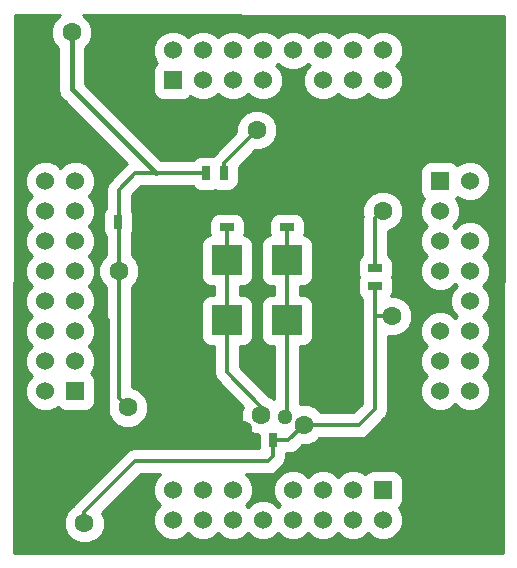
<source format=gtl>
G04 #@! TF.FileFunction,Copper,L1,Top,Signal*
%FSLAX46Y46*%
G04 Gerber Fmt 4.6, Leading zero omitted, Abs format (unit mm)*
G04 Created by KiCad (PCBNEW 4.0.5+dfsg1-4) date Wed May 16 23:13:06 2018*
%MOMM*%
%LPD*%
G01*
G04 APERTURE LIST*
%ADD10C,0.150000*%
%ADD11R,2.540000X2.540000*%
%ADD12R,1.143000X0.635000*%
%ADD13R,0.635000X1.143000*%
%ADD14R,1.524000X1.524000*%
%ADD15C,1.524000*%
%ADD16C,1.600200*%
%ADD17C,1.300480*%
%ADD18C,0.350520*%
%ADD19C,0.398780*%
%ADD20C,0.254000*%
G04 APERTURE END LIST*
D10*
D11*
X127635000Y-66421000D03*
X132715000Y-66421000D03*
X132715000Y-71501000D03*
X127635000Y-71501000D03*
D12*
X127635000Y-63627000D03*
X127635000Y-62103000D03*
X132715000Y-63627000D03*
X132715000Y-62103000D03*
D13*
X118427500Y-63182500D03*
X119951500Y-63182500D03*
X131572000Y-81661000D03*
X130048000Y-81661000D03*
X127381000Y-59055000D03*
X125857000Y-59055000D03*
D12*
X140208000Y-68580000D03*
X140208000Y-67056000D03*
D14*
X123063000Y-51181000D03*
D15*
X123063000Y-48641000D03*
X125603000Y-51181000D03*
X125603000Y-48641000D03*
X128143000Y-51181000D03*
X128143000Y-48641000D03*
X130683000Y-51181000D03*
X130683000Y-48641000D03*
X133223000Y-51181000D03*
X133223000Y-48641000D03*
X135763000Y-51181000D03*
X135763000Y-48641000D03*
X138303000Y-51181000D03*
X138303000Y-48641000D03*
X140843000Y-51181000D03*
X140843000Y-48641000D03*
D14*
X140843000Y-85852000D03*
D15*
X140843000Y-88392000D03*
X138303000Y-85852000D03*
X138303000Y-88392000D03*
X135763000Y-85852000D03*
X135763000Y-88392000D03*
X133223000Y-85852000D03*
X133223000Y-88392000D03*
X130683000Y-85852000D03*
X130683000Y-88392000D03*
X128143000Y-85852000D03*
X128143000Y-88392000D03*
X125603000Y-85852000D03*
X125603000Y-88392000D03*
X123063000Y-85852000D03*
X123063000Y-88392000D03*
D14*
X145669000Y-59690000D03*
D15*
X148209000Y-59690000D03*
X145669000Y-62230000D03*
X148209000Y-62230000D03*
X145669000Y-64770000D03*
X148209000Y-64770000D03*
X145669000Y-67310000D03*
X148209000Y-67310000D03*
X145669000Y-69850000D03*
X148209000Y-69850000D03*
X145669000Y-72390000D03*
X148209000Y-72390000D03*
X145669000Y-74930000D03*
X148209000Y-74930000D03*
X145669000Y-77470000D03*
X148209000Y-77470000D03*
D14*
X114808000Y-77470000D03*
D15*
X112268000Y-77470000D03*
X114808000Y-74930000D03*
X112268000Y-74930000D03*
X114808000Y-72390000D03*
X112268000Y-72390000D03*
X114808000Y-69850000D03*
X112268000Y-69850000D03*
X114808000Y-67310000D03*
X112268000Y-67310000D03*
X114808000Y-64770000D03*
X112268000Y-64770000D03*
X114808000Y-62230000D03*
X112268000Y-62230000D03*
X114808000Y-59690000D03*
X112268000Y-59690000D03*
D16*
X115570000Y-88646000D03*
X134175500Y-80327500D03*
X118491000Y-67310000D03*
X114490500Y-47117000D03*
X119253000Y-78867000D03*
X141605000Y-71120000D03*
X140843000Y-62230000D03*
D17*
X132588000Y-79692500D03*
D16*
X130556000Y-79502000D03*
X130175000Y-55372000D03*
X113538000Y-53403500D03*
X117602000Y-82677000D03*
X129032000Y-80772000D03*
X132588000Y-57150000D03*
D18*
X119888000Y-83439000D02*
X115570000Y-87757000D01*
X131572000Y-82994500D02*
X131127500Y-83439000D01*
X138811000Y-80391000D02*
X134175500Y-80391000D01*
D19*
X121602500Y-59055000D02*
X114490500Y-51943000D01*
D18*
X131572000Y-81661000D02*
X131572000Y-82994500D01*
X118491000Y-78105000D02*
X119253000Y-78867000D01*
X118491000Y-67310000D02*
X118491000Y-78105000D01*
X140208000Y-71120000D02*
X140208000Y-78994000D01*
X134175500Y-80327500D02*
X134175500Y-80391000D01*
X119888000Y-59055000D02*
X120269000Y-59055000D01*
X115570000Y-87757000D02*
X115570000Y-88646000D01*
X120269000Y-59055000D02*
X121602500Y-59055000D01*
X118491000Y-63246000D02*
X118491000Y-67310000D01*
X118427500Y-63182500D02*
X118491000Y-63246000D01*
X140208000Y-78994000D02*
X138811000Y-80391000D01*
X140208000Y-71120000D02*
X141605000Y-71120000D01*
X131572000Y-81661000D02*
X132842000Y-81661000D01*
X132842000Y-81661000D02*
X134175500Y-80327500D01*
X118491000Y-67310000D02*
X118491000Y-60452000D01*
X121602500Y-59055000D02*
X125857000Y-59055000D01*
X118491000Y-60452000D02*
X119888000Y-59055000D01*
X131127500Y-83439000D02*
X119888000Y-83439000D01*
X140208000Y-68580000D02*
X140208000Y-71120000D01*
D19*
X114490500Y-51943000D02*
X114490500Y-47117000D01*
D18*
X140208000Y-67056000D02*
X140208000Y-64262000D01*
X140843000Y-62230000D02*
X140208000Y-62865000D01*
X140208000Y-62865000D02*
X140208000Y-64262000D01*
X132715000Y-71501000D02*
X132715000Y-66421000D01*
X132588000Y-79692500D02*
X132715000Y-79565500D01*
X132715000Y-79565500D02*
X132715000Y-74993500D01*
X132715000Y-71501000D02*
X132715000Y-74993500D01*
X132715000Y-66421000D02*
X132715000Y-63627000D01*
X130556000Y-78803500D02*
X127635000Y-75882500D01*
X127635000Y-71501000D02*
X127635000Y-66421000D01*
X130556000Y-79502000D02*
X130556000Y-78803500D01*
X127635000Y-66421000D02*
X127635000Y-63627000D01*
X127635000Y-75882500D02*
X127635000Y-71501000D01*
X130175000Y-55372000D02*
X127381000Y-58166000D01*
X127381000Y-58166000D02*
X127381000Y-59055000D01*
X129921000Y-81661000D02*
X129032000Y-80772000D01*
X117475000Y-80772000D02*
X117602000Y-80772000D01*
D19*
X116586000Y-56451500D02*
X113538000Y-53403500D01*
X117475000Y-71501000D02*
X116586000Y-70612000D01*
X117602000Y-82677000D02*
X117475000Y-82550000D01*
D18*
X129921000Y-81661000D02*
X129032000Y-80772000D01*
D19*
X117475000Y-82550000D02*
X117475000Y-80772000D01*
X117475000Y-80772000D02*
X117475000Y-71501000D01*
D18*
X128587500Y-61087000D02*
X127635000Y-61087000D01*
D19*
X116586000Y-70612000D02*
X116586000Y-56451500D01*
D18*
X127635000Y-62103000D02*
X127635000Y-61087000D01*
X132588000Y-57150000D02*
X132524500Y-57150000D01*
X122047000Y-61087000D02*
X127444500Y-61087000D01*
X119951500Y-63182500D02*
X122047000Y-61087000D01*
X117602000Y-82677000D02*
X117729000Y-82550000D01*
X127635000Y-62103000D02*
X127635000Y-61214000D01*
X117602000Y-82677000D02*
X117602000Y-80772000D01*
X132524500Y-57150000D02*
X128587500Y-61087000D01*
X127444500Y-61087000D02*
X127635000Y-61087000D01*
X117729000Y-82550000D02*
X117729000Y-80899000D01*
X130048000Y-81661000D02*
X129921000Y-81661000D01*
X129032000Y-80772000D02*
X117602000Y-80772000D01*
X132715000Y-62103000D02*
X127635000Y-62103000D01*
D20*
G36*
X151066500Y-45720000D02*
X149898100Y-45720000D01*
X149898100Y-59352180D01*
X149898100Y-60025280D01*
X149641560Y-60645040D01*
X149166580Y-61122560D01*
X148546820Y-61379100D01*
X147873720Y-61379100D01*
X147253960Y-61122560D01*
X147159980Y-61033660D01*
X147010120Y-61183520D01*
X147101560Y-61272420D01*
X147358100Y-61892180D01*
X147358100Y-62565280D01*
X147101560Y-63185040D01*
X146786600Y-63502540D01*
X146939000Y-63652400D01*
X147251420Y-63337440D01*
X147871180Y-63080900D01*
X148544280Y-63080900D01*
X149164040Y-63337440D01*
X149641560Y-63812420D01*
X149898100Y-64432180D01*
X149898100Y-65105280D01*
X149641560Y-65725040D01*
X149326600Y-66042540D01*
X149641560Y-66352420D01*
X149898100Y-66972180D01*
X149898100Y-67645280D01*
X149641560Y-68265040D01*
X149326600Y-68582540D01*
X149641560Y-68892420D01*
X149898100Y-69512180D01*
X149898100Y-70185280D01*
X149641560Y-70805040D01*
X149326600Y-71122540D01*
X149641560Y-71432420D01*
X149898100Y-72052180D01*
X149898100Y-72725280D01*
X149641560Y-73345040D01*
X149326600Y-73662540D01*
X149641560Y-73972420D01*
X149898100Y-74592180D01*
X149898100Y-75265280D01*
X149641560Y-75885040D01*
X149326600Y-76202540D01*
X149641560Y-76512420D01*
X149898100Y-77132180D01*
X149898100Y-77805280D01*
X149641560Y-78425040D01*
X149166580Y-78902560D01*
X148546820Y-79159100D01*
X147873720Y-79159100D01*
X147253960Y-78902560D01*
X146936460Y-78590140D01*
X146626580Y-78902560D01*
X146006820Y-79159100D01*
X145333720Y-79159100D01*
X144713960Y-78902560D01*
X144236440Y-78427580D01*
X143979900Y-77807820D01*
X143979900Y-77134720D01*
X144236440Y-76514960D01*
X144548860Y-76200000D01*
X144236440Y-75887580D01*
X143979900Y-75267820D01*
X143979900Y-74594720D01*
X144236440Y-73974960D01*
X144548860Y-73660000D01*
X144236440Y-73347580D01*
X143979900Y-72727820D01*
X143979900Y-72054720D01*
X144236440Y-71434960D01*
X144711420Y-70957440D01*
X145331180Y-70700900D01*
X146004280Y-70700900D01*
X146624040Y-70957440D01*
X146939000Y-71272400D01*
X147088860Y-71120000D01*
X146776440Y-70807580D01*
X146519900Y-70187820D01*
X146519900Y-69514720D01*
X146776440Y-68894960D01*
X147088860Y-68580000D01*
X146936460Y-68430140D01*
X146626580Y-68742560D01*
X146006820Y-68999100D01*
X145333720Y-68999100D01*
X144713960Y-68742560D01*
X144236440Y-68267580D01*
X143979900Y-67647820D01*
X143979900Y-66974720D01*
X144236440Y-66354960D01*
X144548860Y-66040000D01*
X144236440Y-65727580D01*
X143979900Y-65107820D01*
X143979900Y-64434720D01*
X144236440Y-63814960D01*
X144548860Y-63500000D01*
X144236440Y-63187580D01*
X143979900Y-62567820D01*
X143979900Y-61894720D01*
X144236440Y-61274960D01*
X144325340Y-61183520D01*
X144122140Y-60977780D01*
X143979900Y-60637420D01*
X143979900Y-60269120D01*
X143979900Y-58745120D01*
X144119600Y-58404760D01*
X144381220Y-58143140D01*
X144721580Y-58000900D01*
X145089880Y-58000900D01*
X146613880Y-58000900D01*
X146954240Y-58140600D01*
X147159980Y-58348880D01*
X147251420Y-58257440D01*
X147871180Y-58000900D01*
X148544280Y-58000900D01*
X149164040Y-58257440D01*
X149641560Y-58732420D01*
X149898100Y-59352180D01*
X149898100Y-45720000D01*
X143332200Y-45709840D01*
X143332200Y-70774560D01*
X143332200Y-71462900D01*
X143070580Y-72097900D01*
X142582900Y-72583040D01*
X141950440Y-72847200D01*
X141310360Y-72847200D01*
X141310360Y-78994000D01*
X141307820Y-78996540D01*
X141310360Y-78996540D01*
X141292580Y-79080360D01*
X141226540Y-79415640D01*
X141224000Y-79418180D01*
X140987780Y-79773780D01*
X140980160Y-79778860D01*
X139590780Y-81170780D01*
X139232640Y-81409540D01*
X138811000Y-81493360D01*
X135450580Y-81493360D01*
X135153400Y-81790540D01*
X134520940Y-82054700D01*
X134007860Y-82054700D01*
X133621780Y-82440780D01*
X133263640Y-82679540D01*
X132842000Y-82763360D01*
X132674360Y-82763360D01*
X132674360Y-82994500D01*
X132590540Y-83416140D01*
X132590540Y-83418680D01*
X132351780Y-83774280D01*
X131907280Y-84218780D01*
X131549140Y-84457540D01*
X131127500Y-84541360D01*
X129219960Y-84541360D01*
X129575560Y-84894420D01*
X129832100Y-85514180D01*
X129832100Y-86187280D01*
X129575560Y-86807040D01*
X129260600Y-87124540D01*
X129413000Y-87274400D01*
X129725420Y-86959440D01*
X130345180Y-86702900D01*
X131018280Y-86702900D01*
X131638040Y-86959440D01*
X131953000Y-87274400D01*
X132102860Y-87122000D01*
X131790440Y-86809580D01*
X131533900Y-86189820D01*
X131533900Y-85516720D01*
X131790440Y-84896960D01*
X132265420Y-84419440D01*
X132885180Y-84162900D01*
X133558280Y-84162900D01*
X134178040Y-84419440D01*
X134493000Y-84734400D01*
X134805420Y-84419440D01*
X135425180Y-84162900D01*
X136098280Y-84162900D01*
X136718040Y-84419440D01*
X137033000Y-84734400D01*
X137345420Y-84419440D01*
X137965180Y-84162900D01*
X138638280Y-84162900D01*
X139258040Y-84419440D01*
X139349480Y-84510880D01*
X139555220Y-84305140D01*
X139895580Y-84162900D01*
X140263880Y-84162900D01*
X141787880Y-84162900D01*
X142128240Y-84302600D01*
X142389860Y-84564220D01*
X142532100Y-84904580D01*
X142532100Y-85272880D01*
X142532100Y-86796880D01*
X142392400Y-87137240D01*
X142184120Y-87345520D01*
X142275560Y-87434420D01*
X142532100Y-88054180D01*
X142532100Y-88727280D01*
X142275560Y-89347040D01*
X141800580Y-89824560D01*
X141180820Y-90081100D01*
X140507720Y-90081100D01*
X139887960Y-89824560D01*
X139570460Y-89512140D01*
X139260580Y-89824560D01*
X138640820Y-90081100D01*
X137967720Y-90081100D01*
X137347960Y-89824560D01*
X137030460Y-89512140D01*
X136720580Y-89824560D01*
X136100820Y-90081100D01*
X135427720Y-90081100D01*
X134807960Y-89824560D01*
X134490460Y-89512140D01*
X134180580Y-89824560D01*
X133560820Y-90081100D01*
X132887720Y-90081100D01*
X132267960Y-89824560D01*
X131950460Y-89512140D01*
X131640580Y-89824560D01*
X131020820Y-90081100D01*
X130347720Y-90081100D01*
X129727960Y-89824560D01*
X129410460Y-89512140D01*
X129100580Y-89824560D01*
X128480820Y-90081100D01*
X127807720Y-90081100D01*
X127187960Y-89824560D01*
X126870460Y-89512140D01*
X126560580Y-89824560D01*
X125940820Y-90081100D01*
X125267720Y-90081100D01*
X124647960Y-89824560D01*
X124330460Y-89512140D01*
X124020580Y-89824560D01*
X123400820Y-90081100D01*
X122727720Y-90081100D01*
X122107960Y-89824560D01*
X121630440Y-89349580D01*
X121373900Y-88729820D01*
X121373900Y-88056720D01*
X121630440Y-87436960D01*
X121942860Y-87122000D01*
X121630440Y-86809580D01*
X121373900Y-86189820D01*
X121373900Y-85516720D01*
X121630440Y-84896960D01*
X121983500Y-84541360D01*
X120345200Y-84541360D01*
X117086380Y-87800180D01*
X117297200Y-88300560D01*
X117297200Y-88988900D01*
X117035580Y-89623900D01*
X116547900Y-90109040D01*
X115915440Y-90373200D01*
X115227100Y-90373200D01*
X114592100Y-90111580D01*
X114106960Y-89623900D01*
X113842800Y-88991440D01*
X113842800Y-88303100D01*
X114104420Y-87668100D01*
X114592100Y-87182960D01*
X114675920Y-87149940D01*
X114790220Y-86977220D01*
X119108220Y-82659220D01*
X119466360Y-82420460D01*
X119888000Y-82336640D01*
X130327400Y-82336640D01*
X130327400Y-82049620D01*
X130327400Y-81229200D01*
X130213100Y-81229200D01*
X129578100Y-80967580D01*
X129092960Y-80479900D01*
X128828800Y-79847440D01*
X128828800Y-79159100D01*
X128981200Y-78790800D01*
X126855220Y-76662280D01*
X126616460Y-76304140D01*
X126532640Y-75882500D01*
X126532640Y-73698100D01*
X126182120Y-73698100D01*
X125841760Y-73558400D01*
X125580140Y-73296780D01*
X125437900Y-72956420D01*
X125437900Y-72588120D01*
X125437900Y-70048120D01*
X125577600Y-69707760D01*
X125839220Y-69446140D01*
X126179580Y-69303900D01*
X126532640Y-69303900D01*
X126532640Y-68618100D01*
X126182120Y-68618100D01*
X125841760Y-68478400D01*
X125580140Y-68216780D01*
X125437900Y-67876420D01*
X125437900Y-67508120D01*
X125437900Y-64968120D01*
X125577600Y-64627760D01*
X125839220Y-64366140D01*
X126174500Y-64226440D01*
X126136400Y-64129920D01*
X126136400Y-63761620D01*
X126136400Y-63126620D01*
X126276100Y-62786260D01*
X126537720Y-62524640D01*
X126878080Y-62382400D01*
X127246380Y-62382400D01*
X128389380Y-62382400D01*
X128729740Y-62522100D01*
X128991360Y-62783720D01*
X129133600Y-63124080D01*
X129133600Y-63492380D01*
X129133600Y-64127380D01*
X129092960Y-64226440D01*
X129428240Y-64363600D01*
X129689860Y-64625220D01*
X129832100Y-64965580D01*
X129832100Y-65333880D01*
X129832100Y-67873880D01*
X129692400Y-68214240D01*
X129430780Y-68475860D01*
X129090420Y-68618100D01*
X128737360Y-68618100D01*
X128737360Y-69303900D01*
X129087880Y-69303900D01*
X129428240Y-69443600D01*
X129689860Y-69705220D01*
X129832100Y-70045580D01*
X129832100Y-70413880D01*
X129832100Y-72953880D01*
X129692400Y-73294240D01*
X129430780Y-73555860D01*
X129090420Y-73698100D01*
X128737360Y-73698100D01*
X128737360Y-75425300D01*
X131216400Y-77906880D01*
X131533900Y-78036420D01*
X131612640Y-78117700D01*
X131612640Y-74993500D01*
X131612640Y-73698100D01*
X131262120Y-73698100D01*
X130921760Y-73558400D01*
X130660140Y-73296780D01*
X130517900Y-72956420D01*
X130517900Y-72588120D01*
X130517900Y-70048120D01*
X130657600Y-69707760D01*
X130919220Y-69446140D01*
X131259580Y-69303900D01*
X131612640Y-69303900D01*
X131612640Y-68618100D01*
X131262120Y-68618100D01*
X130921760Y-68478400D01*
X130660140Y-68216780D01*
X130517900Y-67876420D01*
X130517900Y-67508120D01*
X130517900Y-64968120D01*
X130657600Y-64627760D01*
X130919220Y-64366140D01*
X131254500Y-64226440D01*
X131216400Y-64129920D01*
X131216400Y-63761620D01*
X131216400Y-63126620D01*
X131356100Y-62786260D01*
X131617720Y-62524640D01*
X131958080Y-62382400D01*
X132326380Y-62382400D01*
X133469380Y-62382400D01*
X133809740Y-62522100D01*
X134071360Y-62783720D01*
X134213600Y-63124080D01*
X134213600Y-63492380D01*
X134213600Y-64127380D01*
X134172960Y-64226440D01*
X134508240Y-64363600D01*
X134769860Y-64625220D01*
X134912100Y-64965580D01*
X134912100Y-65333880D01*
X134912100Y-67873880D01*
X134772400Y-68214240D01*
X134510780Y-68475860D01*
X134170420Y-68618100D01*
X133817360Y-68618100D01*
X133817360Y-69303900D01*
X134167880Y-69303900D01*
X134508240Y-69443600D01*
X134769860Y-69705220D01*
X134912100Y-70045580D01*
X134912100Y-70413880D01*
X134912100Y-72953880D01*
X134772400Y-73294240D01*
X134510780Y-73555860D01*
X134170420Y-73698100D01*
X133817360Y-73698100D01*
X133817360Y-74993500D01*
X133817360Y-78607920D01*
X133830060Y-78600300D01*
X134518400Y-78600300D01*
X135153400Y-78861920D01*
X135577580Y-79288640D01*
X138353800Y-79288640D01*
X139105640Y-78539340D01*
X139105640Y-71120000D01*
X139105640Y-69677280D01*
X138851640Y-69423280D01*
X138709400Y-69082920D01*
X138709400Y-68714620D01*
X138709400Y-68079620D01*
X138816080Y-67818000D01*
X138709400Y-67558920D01*
X138709400Y-67190620D01*
X138709400Y-66555620D01*
X138849100Y-66215260D01*
X139105640Y-65958720D01*
X139105640Y-64262000D01*
X139105640Y-62865000D01*
X139146280Y-62654180D01*
X139115800Y-62575440D01*
X139115800Y-61887100D01*
X139377420Y-61252100D01*
X139865100Y-60766960D01*
X140497560Y-60502800D01*
X141185900Y-60502800D01*
X141820900Y-60764420D01*
X142306040Y-61252100D01*
X142570200Y-61884560D01*
X142570200Y-62572900D01*
X142308580Y-63207900D01*
X141820900Y-63693040D01*
X141310360Y-63906400D01*
X141310360Y-64262000D01*
X141310360Y-65958720D01*
X141564360Y-66212720D01*
X141706600Y-66553080D01*
X141706600Y-66921380D01*
X141706600Y-67556380D01*
X141597380Y-67820540D01*
X141706600Y-68077080D01*
X141706600Y-68445380D01*
X141706600Y-69080380D01*
X141577060Y-69392800D01*
X141947900Y-69392800D01*
X142582900Y-69654420D01*
X143068040Y-70142100D01*
X143332200Y-70774560D01*
X143332200Y-45709840D01*
X142532100Y-45707300D01*
X142532100Y-48303180D01*
X142532100Y-48976280D01*
X142275560Y-49596040D01*
X141960600Y-49913540D01*
X142275560Y-50223420D01*
X142532100Y-50843180D01*
X142532100Y-51516280D01*
X142275560Y-52136040D01*
X141800580Y-52613560D01*
X141180820Y-52870100D01*
X140507720Y-52870100D01*
X139887960Y-52613560D01*
X139570460Y-52301140D01*
X139260580Y-52613560D01*
X138640820Y-52870100D01*
X137967720Y-52870100D01*
X137347960Y-52613560D01*
X137030460Y-52301140D01*
X136720580Y-52613560D01*
X136100820Y-52870100D01*
X135427720Y-52870100D01*
X134807960Y-52613560D01*
X134330440Y-52138580D01*
X134073900Y-51518820D01*
X134073900Y-50845720D01*
X134330440Y-50225960D01*
X134642860Y-49911000D01*
X134490460Y-49761140D01*
X134180580Y-50073560D01*
X133560820Y-50330100D01*
X132887720Y-50330100D01*
X132267960Y-50073560D01*
X131950460Y-49761140D01*
X131800600Y-49913540D01*
X132115560Y-50223420D01*
X132372100Y-50843180D01*
X132372100Y-51516280D01*
X132115560Y-52136040D01*
X131640580Y-52613560D01*
X131020820Y-52870100D01*
X130347720Y-52870100D01*
X129727960Y-52613560D01*
X129410460Y-52301140D01*
X129100580Y-52613560D01*
X128480820Y-52870100D01*
X127807720Y-52870100D01*
X127187960Y-52613560D01*
X126870460Y-52301140D01*
X126560580Y-52613560D01*
X125940820Y-52870100D01*
X125267720Y-52870100D01*
X124647960Y-52613560D01*
X124553980Y-52524660D01*
X124350780Y-52727860D01*
X124010420Y-52870100D01*
X123642120Y-52870100D01*
X122118120Y-52870100D01*
X121777760Y-52730400D01*
X121516140Y-52468780D01*
X121373900Y-52128420D01*
X121373900Y-51760120D01*
X121373900Y-50236120D01*
X121513600Y-49895760D01*
X121719340Y-49690020D01*
X121630440Y-49598580D01*
X121373900Y-48978820D01*
X121373900Y-48305720D01*
X121630440Y-47685960D01*
X122105420Y-47208440D01*
X122725180Y-46951900D01*
X123398280Y-46951900D01*
X124018040Y-47208440D01*
X124333000Y-47523400D01*
X124645420Y-47208440D01*
X125265180Y-46951900D01*
X125938280Y-46951900D01*
X126558040Y-47208440D01*
X126873000Y-47523400D01*
X127185420Y-47208440D01*
X127805180Y-46951900D01*
X128478280Y-46951900D01*
X129098040Y-47208440D01*
X129413000Y-47523400D01*
X129725420Y-47208440D01*
X130345180Y-46951900D01*
X131018280Y-46951900D01*
X131638040Y-47208440D01*
X131953000Y-47523400D01*
X132265420Y-47208440D01*
X132885180Y-46951900D01*
X133558280Y-46951900D01*
X134178040Y-47208440D01*
X134493000Y-47523400D01*
X134805420Y-47208440D01*
X135425180Y-46951900D01*
X136098280Y-46951900D01*
X136718040Y-47208440D01*
X137033000Y-47523400D01*
X137345420Y-47208440D01*
X137965180Y-46951900D01*
X138638280Y-46951900D01*
X139258040Y-47208440D01*
X139573000Y-47523400D01*
X139885420Y-47208440D01*
X140505180Y-46951900D01*
X141178280Y-46951900D01*
X141798040Y-47208440D01*
X142275560Y-47683420D01*
X142532100Y-48303180D01*
X142532100Y-45707300D01*
X115481100Y-45666660D01*
X115953540Y-46139100D01*
X116217700Y-46771560D01*
X116217700Y-47459900D01*
X115956080Y-48094900D01*
X115615720Y-48435260D01*
X115615720Y-51478180D01*
X122090180Y-57952640D01*
X124759720Y-57952640D01*
X125013720Y-57698640D01*
X125354080Y-57556400D01*
X125722380Y-57556400D01*
X126357380Y-57556400D01*
X126458980Y-57599580D01*
X126601220Y-57386220D01*
X128447800Y-55542180D01*
X128447800Y-55029100D01*
X128709420Y-54394100D01*
X129197100Y-53908960D01*
X129829560Y-53644800D01*
X130517900Y-53644800D01*
X131152900Y-53906420D01*
X131638040Y-54394100D01*
X131902200Y-55026560D01*
X131902200Y-55714900D01*
X131640580Y-56349900D01*
X131152900Y-56835040D01*
X130520440Y-57099200D01*
X130004820Y-57099200D01*
X128625600Y-58480960D01*
X128625600Y-58666380D01*
X128625600Y-59809380D01*
X128485900Y-60149740D01*
X128224280Y-60411360D01*
X127883920Y-60553600D01*
X127515620Y-60553600D01*
X126880620Y-60553600D01*
X126616460Y-60446920D01*
X126359920Y-60553600D01*
X125991620Y-60553600D01*
X125356620Y-60553600D01*
X125016260Y-60413900D01*
X124759720Y-60157360D01*
X121701560Y-60157360D01*
X121599960Y-60177680D01*
X121495820Y-60157360D01*
X120342660Y-60157360D01*
X119593360Y-60909200D01*
X119593360Y-62237620D01*
X119672100Y-62425580D01*
X119672100Y-62793880D01*
X119672100Y-63936880D01*
X119593360Y-64129920D01*
X119593360Y-65971420D01*
X119954040Y-66332100D01*
X120218200Y-66964560D01*
X120218200Y-67652900D01*
X119956580Y-68287900D01*
X119593360Y-68651120D01*
X119593360Y-77139800D01*
X119595900Y-77139800D01*
X120230900Y-77401420D01*
X120716040Y-77889100D01*
X120980200Y-78521560D01*
X120980200Y-79209900D01*
X120718580Y-79844900D01*
X120230900Y-80330040D01*
X119598440Y-80594200D01*
X118910100Y-80594200D01*
X118275100Y-80332580D01*
X117789960Y-79844900D01*
X117525800Y-79212440D01*
X117525800Y-78607920D01*
X117472460Y-78526640D01*
X117388640Y-78105000D01*
X117388640Y-68651120D01*
X117027960Y-68287900D01*
X116763800Y-67655440D01*
X116763800Y-66967100D01*
X117025420Y-66332100D01*
X117388640Y-65971420D01*
X117388640Y-64343280D01*
X117325140Y-64279780D01*
X117182900Y-63939420D01*
X117182900Y-63571120D01*
X117182900Y-62428120D01*
X117322600Y-62087760D01*
X117388640Y-62021720D01*
X117388640Y-60452000D01*
X117472460Y-60030360D01*
X117711220Y-59672220D01*
X119103140Y-58282840D01*
X119108220Y-58275220D01*
X119179340Y-58226960D01*
X116497100Y-55544720D01*
X116497100Y-59352180D01*
X116497100Y-60025280D01*
X116240560Y-60645040D01*
X115925600Y-60962540D01*
X116240560Y-61272420D01*
X116497100Y-61892180D01*
X116497100Y-62565280D01*
X116240560Y-63185040D01*
X115925600Y-63502540D01*
X116240560Y-63812420D01*
X116497100Y-64432180D01*
X116497100Y-65105280D01*
X116240560Y-65725040D01*
X115925600Y-66042540D01*
X116240560Y-66352420D01*
X116497100Y-66972180D01*
X116497100Y-67645280D01*
X116240560Y-68265040D01*
X115925600Y-68582540D01*
X116240560Y-68892420D01*
X116497100Y-69512180D01*
X116497100Y-70185280D01*
X116240560Y-70805040D01*
X115925600Y-71122540D01*
X116240560Y-71432420D01*
X116497100Y-72052180D01*
X116497100Y-72725280D01*
X116240560Y-73345040D01*
X115925600Y-73662540D01*
X116240560Y-73972420D01*
X116497100Y-74592180D01*
X116497100Y-75265280D01*
X116240560Y-75885040D01*
X116149120Y-75979020D01*
X116354860Y-76182220D01*
X116497100Y-76522580D01*
X116497100Y-76890880D01*
X116497100Y-78414880D01*
X116357400Y-78755240D01*
X116095780Y-79016860D01*
X115755420Y-79159100D01*
X115387120Y-79159100D01*
X113863120Y-79159100D01*
X113522760Y-79019400D01*
X113314480Y-78813660D01*
X113225580Y-78902560D01*
X112605820Y-79159100D01*
X111932720Y-79159100D01*
X111312960Y-78902560D01*
X110835440Y-78427580D01*
X110578900Y-77807820D01*
X110578900Y-77134720D01*
X110835440Y-76514960D01*
X111147860Y-76200000D01*
X110835440Y-75887580D01*
X110578900Y-75267820D01*
X110578900Y-74594720D01*
X110835440Y-73974960D01*
X111147860Y-73660000D01*
X110835440Y-73347580D01*
X110578900Y-72727820D01*
X110578900Y-72054720D01*
X110835440Y-71434960D01*
X111147860Y-71120000D01*
X110835440Y-70807580D01*
X110578900Y-70187820D01*
X110578900Y-69514720D01*
X110835440Y-68894960D01*
X111147860Y-68580000D01*
X110835440Y-68267580D01*
X110578900Y-67647820D01*
X110578900Y-66974720D01*
X110835440Y-66354960D01*
X111147860Y-66040000D01*
X110835440Y-65727580D01*
X110578900Y-65107820D01*
X110578900Y-64434720D01*
X110835440Y-63814960D01*
X111147860Y-63500000D01*
X110835440Y-63187580D01*
X110578900Y-62567820D01*
X110578900Y-61894720D01*
X110835440Y-61274960D01*
X111147860Y-60960000D01*
X110835440Y-60647580D01*
X110578900Y-60027820D01*
X110578900Y-59354720D01*
X110835440Y-58734960D01*
X111310420Y-58257440D01*
X111930180Y-58000900D01*
X112603280Y-58000900D01*
X113223040Y-58257440D01*
X113538000Y-58572400D01*
X113850420Y-58257440D01*
X114470180Y-58000900D01*
X115143280Y-58000900D01*
X115763040Y-58257440D01*
X116240560Y-58732420D01*
X116497100Y-59352180D01*
X116497100Y-55544720D01*
X113695480Y-52738020D01*
X113451640Y-52374800D01*
X113365280Y-51943000D01*
X113365280Y-48435260D01*
X113027460Y-48094900D01*
X112763300Y-47462440D01*
X112763300Y-46774100D01*
X113024920Y-46139100D01*
X113502440Y-45664120D01*
X109664500Y-45656500D01*
X109601000Y-91186000D01*
X151003000Y-91186000D01*
X151066500Y-45720000D01*
X151066500Y-45720000D01*
G37*
X151066500Y-45720000D02*
X149898100Y-45720000D01*
X149898100Y-59352180D01*
X149898100Y-60025280D01*
X149641560Y-60645040D01*
X149166580Y-61122560D01*
X148546820Y-61379100D01*
X147873720Y-61379100D01*
X147253960Y-61122560D01*
X147159980Y-61033660D01*
X147010120Y-61183520D01*
X147101560Y-61272420D01*
X147358100Y-61892180D01*
X147358100Y-62565280D01*
X147101560Y-63185040D01*
X146786600Y-63502540D01*
X146939000Y-63652400D01*
X147251420Y-63337440D01*
X147871180Y-63080900D01*
X148544280Y-63080900D01*
X149164040Y-63337440D01*
X149641560Y-63812420D01*
X149898100Y-64432180D01*
X149898100Y-65105280D01*
X149641560Y-65725040D01*
X149326600Y-66042540D01*
X149641560Y-66352420D01*
X149898100Y-66972180D01*
X149898100Y-67645280D01*
X149641560Y-68265040D01*
X149326600Y-68582540D01*
X149641560Y-68892420D01*
X149898100Y-69512180D01*
X149898100Y-70185280D01*
X149641560Y-70805040D01*
X149326600Y-71122540D01*
X149641560Y-71432420D01*
X149898100Y-72052180D01*
X149898100Y-72725280D01*
X149641560Y-73345040D01*
X149326600Y-73662540D01*
X149641560Y-73972420D01*
X149898100Y-74592180D01*
X149898100Y-75265280D01*
X149641560Y-75885040D01*
X149326600Y-76202540D01*
X149641560Y-76512420D01*
X149898100Y-77132180D01*
X149898100Y-77805280D01*
X149641560Y-78425040D01*
X149166580Y-78902560D01*
X148546820Y-79159100D01*
X147873720Y-79159100D01*
X147253960Y-78902560D01*
X146936460Y-78590140D01*
X146626580Y-78902560D01*
X146006820Y-79159100D01*
X145333720Y-79159100D01*
X144713960Y-78902560D01*
X144236440Y-78427580D01*
X143979900Y-77807820D01*
X143979900Y-77134720D01*
X144236440Y-76514960D01*
X144548860Y-76200000D01*
X144236440Y-75887580D01*
X143979900Y-75267820D01*
X143979900Y-74594720D01*
X144236440Y-73974960D01*
X144548860Y-73660000D01*
X144236440Y-73347580D01*
X143979900Y-72727820D01*
X143979900Y-72054720D01*
X144236440Y-71434960D01*
X144711420Y-70957440D01*
X145331180Y-70700900D01*
X146004280Y-70700900D01*
X146624040Y-70957440D01*
X146939000Y-71272400D01*
X147088860Y-71120000D01*
X146776440Y-70807580D01*
X146519900Y-70187820D01*
X146519900Y-69514720D01*
X146776440Y-68894960D01*
X147088860Y-68580000D01*
X146936460Y-68430140D01*
X146626580Y-68742560D01*
X146006820Y-68999100D01*
X145333720Y-68999100D01*
X144713960Y-68742560D01*
X144236440Y-68267580D01*
X143979900Y-67647820D01*
X143979900Y-66974720D01*
X144236440Y-66354960D01*
X144548860Y-66040000D01*
X144236440Y-65727580D01*
X143979900Y-65107820D01*
X143979900Y-64434720D01*
X144236440Y-63814960D01*
X144548860Y-63500000D01*
X144236440Y-63187580D01*
X143979900Y-62567820D01*
X143979900Y-61894720D01*
X144236440Y-61274960D01*
X144325340Y-61183520D01*
X144122140Y-60977780D01*
X143979900Y-60637420D01*
X143979900Y-60269120D01*
X143979900Y-58745120D01*
X144119600Y-58404760D01*
X144381220Y-58143140D01*
X144721580Y-58000900D01*
X145089880Y-58000900D01*
X146613880Y-58000900D01*
X146954240Y-58140600D01*
X147159980Y-58348880D01*
X147251420Y-58257440D01*
X147871180Y-58000900D01*
X148544280Y-58000900D01*
X149164040Y-58257440D01*
X149641560Y-58732420D01*
X149898100Y-59352180D01*
X149898100Y-45720000D01*
X143332200Y-45709840D01*
X143332200Y-70774560D01*
X143332200Y-71462900D01*
X143070580Y-72097900D01*
X142582900Y-72583040D01*
X141950440Y-72847200D01*
X141310360Y-72847200D01*
X141310360Y-78994000D01*
X141307820Y-78996540D01*
X141310360Y-78996540D01*
X141292580Y-79080360D01*
X141226540Y-79415640D01*
X141224000Y-79418180D01*
X140987780Y-79773780D01*
X140980160Y-79778860D01*
X139590780Y-81170780D01*
X139232640Y-81409540D01*
X138811000Y-81493360D01*
X135450580Y-81493360D01*
X135153400Y-81790540D01*
X134520940Y-82054700D01*
X134007860Y-82054700D01*
X133621780Y-82440780D01*
X133263640Y-82679540D01*
X132842000Y-82763360D01*
X132674360Y-82763360D01*
X132674360Y-82994500D01*
X132590540Y-83416140D01*
X132590540Y-83418680D01*
X132351780Y-83774280D01*
X131907280Y-84218780D01*
X131549140Y-84457540D01*
X131127500Y-84541360D01*
X129219960Y-84541360D01*
X129575560Y-84894420D01*
X129832100Y-85514180D01*
X129832100Y-86187280D01*
X129575560Y-86807040D01*
X129260600Y-87124540D01*
X129413000Y-87274400D01*
X129725420Y-86959440D01*
X130345180Y-86702900D01*
X131018280Y-86702900D01*
X131638040Y-86959440D01*
X131953000Y-87274400D01*
X132102860Y-87122000D01*
X131790440Y-86809580D01*
X131533900Y-86189820D01*
X131533900Y-85516720D01*
X131790440Y-84896960D01*
X132265420Y-84419440D01*
X132885180Y-84162900D01*
X133558280Y-84162900D01*
X134178040Y-84419440D01*
X134493000Y-84734400D01*
X134805420Y-84419440D01*
X135425180Y-84162900D01*
X136098280Y-84162900D01*
X136718040Y-84419440D01*
X137033000Y-84734400D01*
X137345420Y-84419440D01*
X137965180Y-84162900D01*
X138638280Y-84162900D01*
X139258040Y-84419440D01*
X139349480Y-84510880D01*
X139555220Y-84305140D01*
X139895580Y-84162900D01*
X140263880Y-84162900D01*
X141787880Y-84162900D01*
X142128240Y-84302600D01*
X142389860Y-84564220D01*
X142532100Y-84904580D01*
X142532100Y-85272880D01*
X142532100Y-86796880D01*
X142392400Y-87137240D01*
X142184120Y-87345520D01*
X142275560Y-87434420D01*
X142532100Y-88054180D01*
X142532100Y-88727280D01*
X142275560Y-89347040D01*
X141800580Y-89824560D01*
X141180820Y-90081100D01*
X140507720Y-90081100D01*
X139887960Y-89824560D01*
X139570460Y-89512140D01*
X139260580Y-89824560D01*
X138640820Y-90081100D01*
X137967720Y-90081100D01*
X137347960Y-89824560D01*
X137030460Y-89512140D01*
X136720580Y-89824560D01*
X136100820Y-90081100D01*
X135427720Y-90081100D01*
X134807960Y-89824560D01*
X134490460Y-89512140D01*
X134180580Y-89824560D01*
X133560820Y-90081100D01*
X132887720Y-90081100D01*
X132267960Y-89824560D01*
X131950460Y-89512140D01*
X131640580Y-89824560D01*
X131020820Y-90081100D01*
X130347720Y-90081100D01*
X129727960Y-89824560D01*
X129410460Y-89512140D01*
X129100580Y-89824560D01*
X128480820Y-90081100D01*
X127807720Y-90081100D01*
X127187960Y-89824560D01*
X126870460Y-89512140D01*
X126560580Y-89824560D01*
X125940820Y-90081100D01*
X125267720Y-90081100D01*
X124647960Y-89824560D01*
X124330460Y-89512140D01*
X124020580Y-89824560D01*
X123400820Y-90081100D01*
X122727720Y-90081100D01*
X122107960Y-89824560D01*
X121630440Y-89349580D01*
X121373900Y-88729820D01*
X121373900Y-88056720D01*
X121630440Y-87436960D01*
X121942860Y-87122000D01*
X121630440Y-86809580D01*
X121373900Y-86189820D01*
X121373900Y-85516720D01*
X121630440Y-84896960D01*
X121983500Y-84541360D01*
X120345200Y-84541360D01*
X117086380Y-87800180D01*
X117297200Y-88300560D01*
X117297200Y-88988900D01*
X117035580Y-89623900D01*
X116547900Y-90109040D01*
X115915440Y-90373200D01*
X115227100Y-90373200D01*
X114592100Y-90111580D01*
X114106960Y-89623900D01*
X113842800Y-88991440D01*
X113842800Y-88303100D01*
X114104420Y-87668100D01*
X114592100Y-87182960D01*
X114675920Y-87149940D01*
X114790220Y-86977220D01*
X119108220Y-82659220D01*
X119466360Y-82420460D01*
X119888000Y-82336640D01*
X130327400Y-82336640D01*
X130327400Y-82049620D01*
X130327400Y-81229200D01*
X130213100Y-81229200D01*
X129578100Y-80967580D01*
X129092960Y-80479900D01*
X128828800Y-79847440D01*
X128828800Y-79159100D01*
X128981200Y-78790800D01*
X126855220Y-76662280D01*
X126616460Y-76304140D01*
X126532640Y-75882500D01*
X126532640Y-73698100D01*
X126182120Y-73698100D01*
X125841760Y-73558400D01*
X125580140Y-73296780D01*
X125437900Y-72956420D01*
X125437900Y-72588120D01*
X125437900Y-70048120D01*
X125577600Y-69707760D01*
X125839220Y-69446140D01*
X126179580Y-69303900D01*
X126532640Y-69303900D01*
X126532640Y-68618100D01*
X126182120Y-68618100D01*
X125841760Y-68478400D01*
X125580140Y-68216780D01*
X125437900Y-67876420D01*
X125437900Y-67508120D01*
X125437900Y-64968120D01*
X125577600Y-64627760D01*
X125839220Y-64366140D01*
X126174500Y-64226440D01*
X126136400Y-64129920D01*
X126136400Y-63761620D01*
X126136400Y-63126620D01*
X126276100Y-62786260D01*
X126537720Y-62524640D01*
X126878080Y-62382400D01*
X127246380Y-62382400D01*
X128389380Y-62382400D01*
X128729740Y-62522100D01*
X128991360Y-62783720D01*
X129133600Y-63124080D01*
X129133600Y-63492380D01*
X129133600Y-64127380D01*
X129092960Y-64226440D01*
X129428240Y-64363600D01*
X129689860Y-64625220D01*
X129832100Y-64965580D01*
X129832100Y-65333880D01*
X129832100Y-67873880D01*
X129692400Y-68214240D01*
X129430780Y-68475860D01*
X129090420Y-68618100D01*
X128737360Y-68618100D01*
X128737360Y-69303900D01*
X129087880Y-69303900D01*
X129428240Y-69443600D01*
X129689860Y-69705220D01*
X129832100Y-70045580D01*
X129832100Y-70413880D01*
X129832100Y-72953880D01*
X129692400Y-73294240D01*
X129430780Y-73555860D01*
X129090420Y-73698100D01*
X128737360Y-73698100D01*
X128737360Y-75425300D01*
X131216400Y-77906880D01*
X131533900Y-78036420D01*
X131612640Y-78117700D01*
X131612640Y-74993500D01*
X131612640Y-73698100D01*
X131262120Y-73698100D01*
X130921760Y-73558400D01*
X130660140Y-73296780D01*
X130517900Y-72956420D01*
X130517900Y-72588120D01*
X130517900Y-70048120D01*
X130657600Y-69707760D01*
X130919220Y-69446140D01*
X131259580Y-69303900D01*
X131612640Y-69303900D01*
X131612640Y-68618100D01*
X131262120Y-68618100D01*
X130921760Y-68478400D01*
X130660140Y-68216780D01*
X130517900Y-67876420D01*
X130517900Y-67508120D01*
X130517900Y-64968120D01*
X130657600Y-64627760D01*
X130919220Y-64366140D01*
X131254500Y-64226440D01*
X131216400Y-64129920D01*
X131216400Y-63761620D01*
X131216400Y-63126620D01*
X131356100Y-62786260D01*
X131617720Y-62524640D01*
X131958080Y-62382400D01*
X132326380Y-62382400D01*
X133469380Y-62382400D01*
X133809740Y-62522100D01*
X134071360Y-62783720D01*
X134213600Y-63124080D01*
X134213600Y-63492380D01*
X134213600Y-64127380D01*
X134172960Y-64226440D01*
X134508240Y-64363600D01*
X134769860Y-64625220D01*
X134912100Y-64965580D01*
X134912100Y-65333880D01*
X134912100Y-67873880D01*
X134772400Y-68214240D01*
X134510780Y-68475860D01*
X134170420Y-68618100D01*
X133817360Y-68618100D01*
X133817360Y-69303900D01*
X134167880Y-69303900D01*
X134508240Y-69443600D01*
X134769860Y-69705220D01*
X134912100Y-70045580D01*
X134912100Y-70413880D01*
X134912100Y-72953880D01*
X134772400Y-73294240D01*
X134510780Y-73555860D01*
X134170420Y-73698100D01*
X133817360Y-73698100D01*
X133817360Y-74993500D01*
X133817360Y-78607920D01*
X133830060Y-78600300D01*
X134518400Y-78600300D01*
X135153400Y-78861920D01*
X135577580Y-79288640D01*
X138353800Y-79288640D01*
X139105640Y-78539340D01*
X139105640Y-71120000D01*
X139105640Y-69677280D01*
X138851640Y-69423280D01*
X138709400Y-69082920D01*
X138709400Y-68714620D01*
X138709400Y-68079620D01*
X138816080Y-67818000D01*
X138709400Y-67558920D01*
X138709400Y-67190620D01*
X138709400Y-66555620D01*
X138849100Y-66215260D01*
X139105640Y-65958720D01*
X139105640Y-64262000D01*
X139105640Y-62865000D01*
X139146280Y-62654180D01*
X139115800Y-62575440D01*
X139115800Y-61887100D01*
X139377420Y-61252100D01*
X139865100Y-60766960D01*
X140497560Y-60502800D01*
X141185900Y-60502800D01*
X141820900Y-60764420D01*
X142306040Y-61252100D01*
X142570200Y-61884560D01*
X142570200Y-62572900D01*
X142308580Y-63207900D01*
X141820900Y-63693040D01*
X141310360Y-63906400D01*
X141310360Y-64262000D01*
X141310360Y-65958720D01*
X141564360Y-66212720D01*
X141706600Y-66553080D01*
X141706600Y-66921380D01*
X141706600Y-67556380D01*
X141597380Y-67820540D01*
X141706600Y-68077080D01*
X141706600Y-68445380D01*
X141706600Y-69080380D01*
X141577060Y-69392800D01*
X141947900Y-69392800D01*
X142582900Y-69654420D01*
X143068040Y-70142100D01*
X143332200Y-70774560D01*
X143332200Y-45709840D01*
X142532100Y-45707300D01*
X142532100Y-48303180D01*
X142532100Y-48976280D01*
X142275560Y-49596040D01*
X141960600Y-49913540D01*
X142275560Y-50223420D01*
X142532100Y-50843180D01*
X142532100Y-51516280D01*
X142275560Y-52136040D01*
X141800580Y-52613560D01*
X141180820Y-52870100D01*
X140507720Y-52870100D01*
X139887960Y-52613560D01*
X139570460Y-52301140D01*
X139260580Y-52613560D01*
X138640820Y-52870100D01*
X137967720Y-52870100D01*
X137347960Y-52613560D01*
X137030460Y-52301140D01*
X136720580Y-52613560D01*
X136100820Y-52870100D01*
X135427720Y-52870100D01*
X134807960Y-52613560D01*
X134330440Y-52138580D01*
X134073900Y-51518820D01*
X134073900Y-50845720D01*
X134330440Y-50225960D01*
X134642860Y-49911000D01*
X134490460Y-49761140D01*
X134180580Y-50073560D01*
X133560820Y-50330100D01*
X132887720Y-50330100D01*
X132267960Y-50073560D01*
X131950460Y-49761140D01*
X131800600Y-49913540D01*
X132115560Y-50223420D01*
X132372100Y-50843180D01*
X132372100Y-51516280D01*
X132115560Y-52136040D01*
X131640580Y-52613560D01*
X131020820Y-52870100D01*
X130347720Y-52870100D01*
X129727960Y-52613560D01*
X129410460Y-52301140D01*
X129100580Y-52613560D01*
X128480820Y-52870100D01*
X127807720Y-52870100D01*
X127187960Y-52613560D01*
X126870460Y-52301140D01*
X126560580Y-52613560D01*
X125940820Y-52870100D01*
X125267720Y-52870100D01*
X124647960Y-52613560D01*
X124553980Y-52524660D01*
X124350780Y-52727860D01*
X124010420Y-52870100D01*
X123642120Y-52870100D01*
X122118120Y-52870100D01*
X121777760Y-52730400D01*
X121516140Y-52468780D01*
X121373900Y-52128420D01*
X121373900Y-51760120D01*
X121373900Y-50236120D01*
X121513600Y-49895760D01*
X121719340Y-49690020D01*
X121630440Y-49598580D01*
X121373900Y-48978820D01*
X121373900Y-48305720D01*
X121630440Y-47685960D01*
X122105420Y-47208440D01*
X122725180Y-46951900D01*
X123398280Y-46951900D01*
X124018040Y-47208440D01*
X124333000Y-47523400D01*
X124645420Y-47208440D01*
X125265180Y-46951900D01*
X125938280Y-46951900D01*
X126558040Y-47208440D01*
X126873000Y-47523400D01*
X127185420Y-47208440D01*
X127805180Y-46951900D01*
X128478280Y-46951900D01*
X129098040Y-47208440D01*
X129413000Y-47523400D01*
X129725420Y-47208440D01*
X130345180Y-46951900D01*
X131018280Y-46951900D01*
X131638040Y-47208440D01*
X131953000Y-47523400D01*
X132265420Y-47208440D01*
X132885180Y-46951900D01*
X133558280Y-46951900D01*
X134178040Y-47208440D01*
X134493000Y-47523400D01*
X134805420Y-47208440D01*
X135425180Y-46951900D01*
X136098280Y-46951900D01*
X136718040Y-47208440D01*
X137033000Y-47523400D01*
X137345420Y-47208440D01*
X137965180Y-46951900D01*
X138638280Y-46951900D01*
X139258040Y-47208440D01*
X139573000Y-47523400D01*
X139885420Y-47208440D01*
X140505180Y-46951900D01*
X141178280Y-46951900D01*
X141798040Y-47208440D01*
X142275560Y-47683420D01*
X142532100Y-48303180D01*
X142532100Y-45707300D01*
X115481100Y-45666660D01*
X115953540Y-46139100D01*
X116217700Y-46771560D01*
X116217700Y-47459900D01*
X115956080Y-48094900D01*
X115615720Y-48435260D01*
X115615720Y-51478180D01*
X122090180Y-57952640D01*
X124759720Y-57952640D01*
X125013720Y-57698640D01*
X125354080Y-57556400D01*
X125722380Y-57556400D01*
X126357380Y-57556400D01*
X126458980Y-57599580D01*
X126601220Y-57386220D01*
X128447800Y-55542180D01*
X128447800Y-55029100D01*
X128709420Y-54394100D01*
X129197100Y-53908960D01*
X129829560Y-53644800D01*
X130517900Y-53644800D01*
X131152900Y-53906420D01*
X131638040Y-54394100D01*
X131902200Y-55026560D01*
X131902200Y-55714900D01*
X131640580Y-56349900D01*
X131152900Y-56835040D01*
X130520440Y-57099200D01*
X130004820Y-57099200D01*
X128625600Y-58480960D01*
X128625600Y-58666380D01*
X128625600Y-59809380D01*
X128485900Y-60149740D01*
X128224280Y-60411360D01*
X127883920Y-60553600D01*
X127515620Y-60553600D01*
X126880620Y-60553600D01*
X126616460Y-60446920D01*
X126359920Y-60553600D01*
X125991620Y-60553600D01*
X125356620Y-60553600D01*
X125016260Y-60413900D01*
X124759720Y-60157360D01*
X121701560Y-60157360D01*
X121599960Y-60177680D01*
X121495820Y-60157360D01*
X120342660Y-60157360D01*
X119593360Y-60909200D01*
X119593360Y-62237620D01*
X119672100Y-62425580D01*
X119672100Y-62793880D01*
X119672100Y-63936880D01*
X119593360Y-64129920D01*
X119593360Y-65971420D01*
X119954040Y-66332100D01*
X120218200Y-66964560D01*
X120218200Y-67652900D01*
X119956580Y-68287900D01*
X119593360Y-68651120D01*
X119593360Y-77139800D01*
X119595900Y-77139800D01*
X120230900Y-77401420D01*
X120716040Y-77889100D01*
X120980200Y-78521560D01*
X120980200Y-79209900D01*
X120718580Y-79844900D01*
X120230900Y-80330040D01*
X119598440Y-80594200D01*
X118910100Y-80594200D01*
X118275100Y-80332580D01*
X117789960Y-79844900D01*
X117525800Y-79212440D01*
X117525800Y-78607920D01*
X117472460Y-78526640D01*
X117388640Y-78105000D01*
X117388640Y-68651120D01*
X117027960Y-68287900D01*
X116763800Y-67655440D01*
X116763800Y-66967100D01*
X117025420Y-66332100D01*
X117388640Y-65971420D01*
X117388640Y-64343280D01*
X117325140Y-64279780D01*
X117182900Y-63939420D01*
X117182900Y-63571120D01*
X117182900Y-62428120D01*
X117322600Y-62087760D01*
X117388640Y-62021720D01*
X117388640Y-60452000D01*
X117472460Y-60030360D01*
X117711220Y-59672220D01*
X119103140Y-58282840D01*
X119108220Y-58275220D01*
X119179340Y-58226960D01*
X116497100Y-55544720D01*
X116497100Y-59352180D01*
X116497100Y-60025280D01*
X116240560Y-60645040D01*
X115925600Y-60962540D01*
X116240560Y-61272420D01*
X116497100Y-61892180D01*
X116497100Y-62565280D01*
X116240560Y-63185040D01*
X115925600Y-63502540D01*
X116240560Y-63812420D01*
X116497100Y-64432180D01*
X116497100Y-65105280D01*
X116240560Y-65725040D01*
X115925600Y-66042540D01*
X116240560Y-66352420D01*
X116497100Y-66972180D01*
X116497100Y-67645280D01*
X116240560Y-68265040D01*
X115925600Y-68582540D01*
X116240560Y-68892420D01*
X116497100Y-69512180D01*
X116497100Y-70185280D01*
X116240560Y-70805040D01*
X115925600Y-71122540D01*
X116240560Y-71432420D01*
X116497100Y-72052180D01*
X116497100Y-72725280D01*
X116240560Y-73345040D01*
X115925600Y-73662540D01*
X116240560Y-73972420D01*
X116497100Y-74592180D01*
X116497100Y-75265280D01*
X116240560Y-75885040D01*
X116149120Y-75979020D01*
X116354860Y-76182220D01*
X116497100Y-76522580D01*
X116497100Y-76890880D01*
X116497100Y-78414880D01*
X116357400Y-78755240D01*
X116095780Y-79016860D01*
X115755420Y-79159100D01*
X115387120Y-79159100D01*
X113863120Y-79159100D01*
X113522760Y-79019400D01*
X113314480Y-78813660D01*
X113225580Y-78902560D01*
X112605820Y-79159100D01*
X111932720Y-79159100D01*
X111312960Y-78902560D01*
X110835440Y-78427580D01*
X110578900Y-77807820D01*
X110578900Y-77134720D01*
X110835440Y-76514960D01*
X111147860Y-76200000D01*
X110835440Y-75887580D01*
X110578900Y-75267820D01*
X110578900Y-74594720D01*
X110835440Y-73974960D01*
X111147860Y-73660000D01*
X110835440Y-73347580D01*
X110578900Y-72727820D01*
X110578900Y-72054720D01*
X110835440Y-71434960D01*
X111147860Y-71120000D01*
X110835440Y-70807580D01*
X110578900Y-70187820D01*
X110578900Y-69514720D01*
X110835440Y-68894960D01*
X111147860Y-68580000D01*
X110835440Y-68267580D01*
X110578900Y-67647820D01*
X110578900Y-66974720D01*
X110835440Y-66354960D01*
X111147860Y-66040000D01*
X110835440Y-65727580D01*
X110578900Y-65107820D01*
X110578900Y-64434720D01*
X110835440Y-63814960D01*
X111147860Y-63500000D01*
X110835440Y-63187580D01*
X110578900Y-62567820D01*
X110578900Y-61894720D01*
X110835440Y-61274960D01*
X111147860Y-60960000D01*
X110835440Y-60647580D01*
X110578900Y-60027820D01*
X110578900Y-59354720D01*
X110835440Y-58734960D01*
X111310420Y-58257440D01*
X111930180Y-58000900D01*
X112603280Y-58000900D01*
X113223040Y-58257440D01*
X113538000Y-58572400D01*
X113850420Y-58257440D01*
X114470180Y-58000900D01*
X115143280Y-58000900D01*
X115763040Y-58257440D01*
X116240560Y-58732420D01*
X116497100Y-59352180D01*
X116497100Y-55544720D01*
X113695480Y-52738020D01*
X113451640Y-52374800D01*
X113365280Y-51943000D01*
X113365280Y-48435260D01*
X113027460Y-48094900D01*
X112763300Y-47462440D01*
X112763300Y-46774100D01*
X113024920Y-46139100D01*
X113502440Y-45664120D01*
X109664500Y-45656500D01*
X109601000Y-91186000D01*
X151003000Y-91186000D01*
X151066500Y-45720000D01*
M02*

</source>
